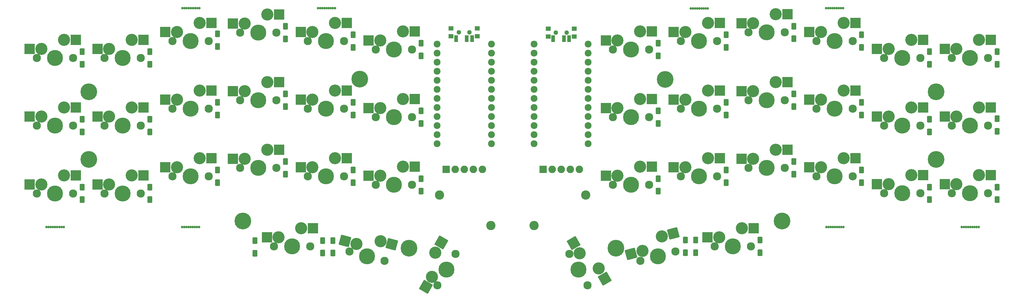
<source format=gbs>
%TF.GenerationSoftware,KiCad,Pcbnew,(6.0.9-0)*%
%TF.CreationDate,2022-12-17T11:16:43-06:00*%
%TF.ProjectId,corne-ice,636f726e-652d-4696-9365-2e6b69636164,0.1*%
%TF.SameCoordinates,Original*%
%TF.FileFunction,Soldermask,Bot*%
%TF.FilePolarity,Negative*%
%FSLAX46Y46*%
G04 Gerber Fmt 4.6, Leading zero omitted, Abs format (unit mm)*
G04 Created by KiCad (PCBNEW (6.0.9-0)) date 2022-12-17 11:16:43*
%MOMM*%
%LPD*%
G01*
G04 APERTURE LIST*
G04 Aperture macros list*
%AMRoundRect*
0 Rectangle with rounded corners*
0 $1 Rounding radius*
0 $2 $3 $4 $5 $6 $7 $8 $9 X,Y pos of 4 corners*
0 Add a 4 corners polygon primitive as box body*
4,1,4,$2,$3,$4,$5,$6,$7,$8,$9,$2,$3,0*
0 Add four circle primitives for the rounded corners*
1,1,$1+$1,$2,$3*
1,1,$1+$1,$4,$5*
1,1,$1+$1,$6,$7*
1,1,$1+$1,$8,$9*
0 Add four rect primitives between the rounded corners*
20,1,$1+$1,$2,$3,$4,$5,0*
20,1,$1+$1,$4,$5,$6,$7,0*
20,1,$1+$1,$6,$7,$8,$9,0*
20,1,$1+$1,$8,$9,$2,$3,0*%
G04 Aperture macros list end*
%ADD10RoundRect,0.200000X0.850000X-0.850000X0.850000X0.850000X-0.850000X0.850000X-0.850000X-0.850000X0*%
%ADD11O,2.100000X2.100000*%
%ADD12C,4.500000*%
%ADD13C,2.300000*%
%ADD14C,3.400000*%
%ADD15RoundRect,0.200000X1.275000X1.250000X-1.275000X1.250000X-1.275000X-1.250000X1.275000X-1.250000X0*%
%ADD16RoundRect,0.200000X1.555079X0.877413X-0.908032X1.537402X-1.555079X-0.877413X0.908032X-1.537402X0*%
%ADD17RoundRect,0.200000X-0.445032X1.729182X-1.720032X-0.479182X0.445032X-1.729182X1.720032X0.479182X0*%
%ADD18RoundRect,0.200000X1.720032X-0.479182X0.445032X1.729182X-1.720032X0.479182X-0.445032X-1.729182X0*%
%ADD19RoundRect,0.200000X0.908032X1.537402X-1.555079X0.877413X-0.908032X-1.537402X1.555079X-0.877413X0*%
%ADD20C,4.700000*%
%ADD21C,2.600000*%
%ADD22C,1.924000*%
%ADD23C,0.700000*%
%ADD24RoundRect,0.200000X0.500000X-0.700000X0.500000X0.700000X-0.500000X0.700000X-0.500000X-0.700000X0*%
%ADD25C,1.300000*%
%ADD26RoundRect,0.200000X-0.350000X-0.750000X0.350000X-0.750000X0.350000X0.750000X-0.350000X0.750000X0*%
%ADD27RoundRect,0.200000X-0.500000X-0.400000X0.500000X-0.400000X0.500000X0.400000X-0.500000X0.400000X0*%
G04 APERTURE END LIST*
D10*
X129782500Y-67030000D03*
D11*
X132322500Y-67030000D03*
X134862500Y-67030000D03*
X137402500Y-67030000D03*
X139942500Y-67030000D03*
D12*
X39107500Y-35780000D03*
D13*
X44187500Y-35780000D03*
D14*
X35297500Y-33240000D03*
D13*
X34027500Y-35780000D03*
D14*
X41647500Y-30700000D03*
D15*
X32022500Y-33240000D03*
X44949500Y-30700000D03*
D13*
X53027500Y-31030000D03*
X63187500Y-31030000D03*
D14*
X60647500Y-25950000D03*
X54297500Y-28490000D03*
D12*
X58107500Y-31030000D03*
D15*
X51022500Y-28490000D03*
X63949500Y-25950000D03*
D14*
X73297500Y-26115000D03*
X79647500Y-23575000D03*
D13*
X82187500Y-28655000D03*
D12*
X77107500Y-28655000D03*
D13*
X72027500Y-28655000D03*
D15*
X70022500Y-26115000D03*
X82949500Y-23575000D03*
D14*
X92297500Y-28490000D03*
D12*
X96107500Y-31030000D03*
D13*
X101187500Y-31030000D03*
X91027500Y-31030000D03*
D14*
X98647500Y-25950000D03*
D15*
X89022500Y-28490000D03*
X101949500Y-25950000D03*
D12*
X20107500Y-54780000D03*
D14*
X16297500Y-52240000D03*
X22647500Y-49700000D03*
D13*
X15027500Y-54780000D03*
X25187500Y-54780000D03*
D15*
X13022500Y-52240000D03*
X25949500Y-49700000D03*
D13*
X34027500Y-54780000D03*
D12*
X39107500Y-54780000D03*
D14*
X35297500Y-52240000D03*
D13*
X44187500Y-54780000D03*
D14*
X41647500Y-49700000D03*
D15*
X32022500Y-52240000D03*
X44949500Y-49700000D03*
D14*
X54297500Y-47490000D03*
X60647500Y-44950000D03*
D13*
X63187500Y-50030000D03*
D12*
X58107500Y-50030000D03*
D13*
X53027500Y-50030000D03*
D15*
X51022500Y-47490000D03*
X63949500Y-44950000D03*
D14*
X73297500Y-45115000D03*
D13*
X72027500Y-47655000D03*
D14*
X79647500Y-42575000D03*
D13*
X82187500Y-47655000D03*
D12*
X77107500Y-47655000D03*
D15*
X70022500Y-45115000D03*
X82949500Y-42575000D03*
D12*
X96107500Y-50030000D03*
D14*
X98647500Y-44950000D03*
D13*
X91027500Y-50030000D03*
D14*
X92297500Y-47490000D03*
D13*
X101187500Y-50030000D03*
D15*
X89022500Y-47490000D03*
X101949500Y-44950000D03*
D13*
X110027500Y-52405000D03*
X120187500Y-52405000D03*
D14*
X111297500Y-49865000D03*
D12*
X115107500Y-52405000D03*
D14*
X117647500Y-47325000D03*
D15*
X108022500Y-49865000D03*
X120949500Y-47325000D03*
D14*
X16297500Y-71240000D03*
D12*
X20107500Y-73780000D03*
D14*
X22647500Y-68700000D03*
D13*
X15027500Y-73780000D03*
X25187500Y-73780000D03*
D15*
X13022500Y-71240000D03*
X25949500Y-68700000D03*
D12*
X39107500Y-73780000D03*
D13*
X34027500Y-73780000D03*
D14*
X35297500Y-71240000D03*
X41647500Y-68700000D03*
D13*
X44187500Y-73780000D03*
D15*
X32022500Y-71240000D03*
X44949500Y-68700000D03*
D14*
X54297500Y-66490000D03*
D13*
X53027500Y-69030000D03*
X63187500Y-69030000D03*
D12*
X58107500Y-69030000D03*
D14*
X60647500Y-63950000D03*
D15*
X51022500Y-66490000D03*
X63949500Y-63950000D03*
D13*
X72027500Y-66655000D03*
X82187500Y-66655000D03*
D12*
X77107500Y-66655000D03*
D14*
X73297500Y-64115000D03*
X79647500Y-61575000D03*
D15*
X70022500Y-64115000D03*
X82949500Y-61575000D03*
D13*
X91027500Y-69030000D03*
D12*
X96107500Y-69030000D03*
D14*
X92297500Y-66490000D03*
X98647500Y-63950000D03*
D13*
X101187500Y-69030000D03*
D15*
X89022500Y-66490000D03*
X101949500Y-63950000D03*
D13*
X120187500Y-71405000D03*
D14*
X117647500Y-66325000D03*
X111297500Y-68865000D03*
D13*
X110027500Y-71405000D03*
D12*
X115107500Y-71405000D03*
D15*
X108022500Y-68865000D03*
X120949500Y-66325000D03*
D14*
X82797500Y-86115000D03*
D13*
X81527500Y-88655000D03*
X91687500Y-88655000D03*
D14*
X89147500Y-83575000D03*
D12*
X86607500Y-88655000D03*
D15*
X79522500Y-86115000D03*
X92449500Y-83575000D03*
D13*
X102700597Y-90090199D03*
D12*
X107607500Y-91405000D03*
D13*
X112514403Y-92719801D03*
D14*
X104584723Y-87965448D03*
X111375752Y-87155497D03*
D16*
X101421316Y-87117815D03*
X114565239Y-88010118D03*
D14*
X125752795Y-97184557D03*
D13*
X127317500Y-99554409D03*
D14*
X126728091Y-90415295D03*
D12*
X129857500Y-95155000D03*
D13*
X132397500Y-90755591D03*
D17*
X124115295Y-100020790D03*
X128379091Y-87555680D03*
D13*
X169404500Y-99549409D03*
D12*
X166864500Y-95150000D03*
D14*
X172533909Y-94809705D03*
X167159205Y-90580443D03*
D13*
X164324500Y-90750591D03*
D18*
X165521705Y-87744210D03*
X174184909Y-97669320D03*
D10*
X156932500Y-67030000D03*
D11*
X159472500Y-67030000D03*
X162012500Y-67030000D03*
X164552500Y-67030000D03*
X167092500Y-67030000D03*
D13*
X224694500Y-66650000D03*
D14*
X215804500Y-64110000D03*
D13*
X214534500Y-66650000D03*
D14*
X222154500Y-61570000D03*
D12*
X219614500Y-66650000D03*
D15*
X212529500Y-64110000D03*
X225456500Y-61570000D03*
D13*
X205694500Y-69025000D03*
X195534500Y-69025000D03*
D14*
X196804500Y-66485000D03*
D12*
X200614500Y-69025000D03*
D14*
X203154500Y-63945000D03*
D15*
X193529500Y-66485000D03*
X206456500Y-63945000D03*
D14*
X177804500Y-68860000D03*
D13*
X186694500Y-71400000D03*
D12*
X181614500Y-71400000D03*
D13*
X176534500Y-71400000D03*
D14*
X184154500Y-66320000D03*
D15*
X174529500Y-68860000D03*
X187456500Y-66320000D03*
D13*
X205034500Y-88650000D03*
D12*
X210114500Y-88650000D03*
D13*
X215194500Y-88650000D03*
D14*
X212654500Y-83570000D03*
X206304500Y-86110000D03*
D15*
X203029500Y-86110000D03*
X215956500Y-83570000D03*
D14*
X190253151Y-85835696D03*
D13*
X194021403Y-90085199D03*
X184207597Y-92714801D03*
D12*
X189114500Y-91400000D03*
D14*
X184776922Y-89932649D03*
D19*
X181613515Y-90780281D03*
X193442638Y-84981076D03*
D13*
X214534500Y-28650000D03*
D14*
X222154500Y-23570000D03*
X215804500Y-26110000D03*
D12*
X219614500Y-28650000D03*
D13*
X224694500Y-28650000D03*
D15*
X212529500Y-26110000D03*
X225456500Y-23570000D03*
D13*
X195534500Y-31025000D03*
D12*
X200614500Y-31025000D03*
D13*
X205694500Y-31025000D03*
D14*
X196804500Y-28485000D03*
X203154500Y-25945000D03*
D15*
X193529500Y-28485000D03*
X206456500Y-25945000D03*
D13*
X271534500Y-54775000D03*
X281694500Y-54775000D03*
D14*
X272804500Y-52235000D03*
D12*
X276614500Y-54775000D03*
D14*
X279154500Y-49695000D03*
D15*
X269529500Y-52235000D03*
X282456500Y-49695000D03*
D13*
X233534500Y-31025000D03*
D14*
X241154500Y-25945000D03*
D12*
X238614500Y-31025000D03*
D13*
X243694500Y-31025000D03*
D14*
X234804500Y-28485000D03*
D15*
X231529500Y-28485000D03*
X244456500Y-25945000D03*
D13*
X262694500Y-54775000D03*
D12*
X257614500Y-54775000D03*
D14*
X260154500Y-49695000D03*
D13*
X252534500Y-54775000D03*
D14*
X253804500Y-52235000D03*
D15*
X250529500Y-52235000D03*
X263456500Y-49695000D03*
D14*
X260154500Y-68695000D03*
X253804500Y-71235000D03*
D12*
X257614500Y-73775000D03*
D13*
X252534500Y-73775000D03*
X262694500Y-73775000D03*
D15*
X250529500Y-71235000D03*
X263456500Y-68695000D03*
D14*
X241154500Y-63945000D03*
D13*
X233534500Y-69025000D03*
X243694500Y-69025000D03*
D12*
X238614500Y-69025000D03*
D14*
X234804500Y-66485000D03*
D15*
X231529500Y-66485000D03*
X244456500Y-63945000D03*
D13*
X271534500Y-35775000D03*
D12*
X276614500Y-35775000D03*
D13*
X281694500Y-35775000D03*
D14*
X272804500Y-33235000D03*
X279154500Y-30695000D03*
D15*
X269529500Y-33235000D03*
X282456500Y-30695000D03*
D14*
X253804500Y-33235000D03*
D13*
X262694500Y-35775000D03*
X252534500Y-35775000D03*
D14*
X260154500Y-30695000D03*
D12*
X257614500Y-35775000D03*
D15*
X250529500Y-33235000D03*
X263456500Y-30695000D03*
D12*
X238614500Y-50025000D03*
D14*
X241154500Y-44945000D03*
D13*
X233534500Y-50025000D03*
X243694500Y-50025000D03*
D14*
X234804500Y-47485000D03*
D15*
X231529500Y-47485000D03*
X244456500Y-44945000D03*
D14*
X215804500Y-45110000D03*
D13*
X214534500Y-47650000D03*
X224694500Y-47650000D03*
D14*
X222154500Y-42570000D03*
D12*
X219614500Y-47650000D03*
D15*
X212529500Y-45110000D03*
X225456500Y-42570000D03*
D13*
X195534500Y-50025000D03*
D12*
X200614500Y-50025000D03*
D14*
X196804500Y-47485000D03*
X203154500Y-44945000D03*
D13*
X205694500Y-50025000D03*
D15*
X193529500Y-47485000D03*
X206456500Y-44945000D03*
D14*
X184154500Y-47320000D03*
D13*
X176534500Y-52400000D03*
D12*
X181614500Y-52400000D03*
D13*
X186694500Y-52400000D03*
D14*
X177804500Y-49860000D03*
D15*
X174529500Y-49860000D03*
X187456500Y-47320000D03*
D14*
X279154500Y-68695000D03*
X272804500Y-71235000D03*
D12*
X276614500Y-73775000D03*
D13*
X271534500Y-73775000D03*
X281694500Y-73775000D03*
D15*
X269529500Y-71235000D03*
X282456500Y-68695000D03*
D13*
X25187500Y-35780000D03*
D12*
X20107500Y-35780000D03*
D13*
X15027500Y-35780000D03*
D14*
X22647500Y-30700000D03*
X16297500Y-33240000D03*
D15*
X13022500Y-33240000D03*
X25949500Y-30700000D03*
D20*
X105575500Y-41765500D03*
X72764500Y-81520500D03*
X119330500Y-89135000D03*
D21*
X127869500Y-74254000D03*
X142301500Y-82775000D03*
D20*
X177389500Y-89145000D03*
X223955500Y-81530500D03*
X267099500Y-45265500D03*
X191144500Y-41775500D03*
D13*
X110027500Y-33405000D03*
D14*
X117647500Y-28325000D03*
X111297500Y-30865000D03*
D12*
X115107500Y-33405000D03*
D13*
X120187500Y-33405000D03*
D15*
X108022500Y-30865000D03*
X120949500Y-28325000D03*
D13*
X186687500Y-33405000D03*
D14*
X177797500Y-30865000D03*
D12*
X181607500Y-33405000D03*
D14*
X184147500Y-28325000D03*
D13*
X176527500Y-33405000D03*
D15*
X174522500Y-30865000D03*
X187449500Y-28325000D03*
D20*
X29607500Y-64280000D03*
D22*
X127203900Y-31942000D03*
X127203900Y-34482000D03*
X127203900Y-37022000D03*
X127203900Y-39562000D03*
X127203900Y-42102000D03*
X127203900Y-44642000D03*
X127203900Y-47182000D03*
X127203900Y-49722000D03*
X127203900Y-52262000D03*
X127203900Y-54802000D03*
X127203900Y-57342000D03*
X127203900Y-59882000D03*
X142423900Y-59882000D03*
X142423900Y-57342000D03*
X142423900Y-54802000D03*
X142423900Y-52262000D03*
X142423900Y-49722000D03*
X142423900Y-47182000D03*
X142423900Y-44642000D03*
X142423900Y-42102000D03*
X142423900Y-39562000D03*
X142423900Y-37022000D03*
X142423900Y-34482000D03*
X142423900Y-31942000D03*
X169598900Y-31912000D03*
X169598900Y-34452000D03*
X169598900Y-36992000D03*
X169598900Y-39532000D03*
X169598900Y-42072000D03*
X169598900Y-44612000D03*
X169598900Y-47152000D03*
X169598900Y-49692000D03*
X169598900Y-52232000D03*
X169598900Y-54772000D03*
X169598900Y-57312000D03*
X169598900Y-59852000D03*
X154378900Y-59852000D03*
X154378900Y-57312000D03*
X154378900Y-54772000D03*
X154378900Y-52232000D03*
X154378900Y-49692000D03*
X154378900Y-47152000D03*
X154378900Y-44612000D03*
X154378900Y-42072000D03*
X154378900Y-39532000D03*
X154378900Y-36992000D03*
X154378900Y-34452000D03*
X154378900Y-31912000D03*
D20*
X29607500Y-45280000D03*
D23*
X59424250Y-21869000D03*
X55861750Y-21869000D03*
X58236750Y-21869000D03*
X57643000Y-21869000D03*
X60611750Y-21869000D03*
X60018000Y-21869000D03*
X58830500Y-21869000D03*
X56455500Y-21869000D03*
X57049250Y-21869000D03*
X97988750Y-21873000D03*
X93832500Y-21873000D03*
X96801250Y-21873000D03*
X97395000Y-21873000D03*
X96207500Y-21873000D03*
X95020000Y-21873000D03*
X95613750Y-21873000D03*
X94426250Y-21873000D03*
X98582500Y-21873000D03*
X21350000Y-83176000D03*
X18975000Y-83176000D03*
X22537500Y-83176000D03*
X17787500Y-83176000D03*
X20756250Y-83176000D03*
X19568750Y-83176000D03*
X18381250Y-83176000D03*
X21943750Y-83176000D03*
X20162500Y-83176000D03*
X55748500Y-83178000D03*
X56342250Y-83178000D03*
X59904750Y-83178000D03*
X59311000Y-83178000D03*
X60498500Y-83178000D03*
X58123500Y-83178000D03*
X58717250Y-83178000D03*
X57529750Y-83178000D03*
X56936000Y-83178000D03*
D24*
X27734500Y-37551875D03*
X27734500Y-34001875D03*
X46734500Y-37555000D03*
X46734500Y-34005000D03*
X65707500Y-32555000D03*
X65707500Y-29005000D03*
X84707500Y-30430000D03*
X84707500Y-26880000D03*
X103707500Y-32805000D03*
X103707500Y-29255000D03*
X122707500Y-35180000D03*
X122707500Y-31630000D03*
X27734500Y-56551875D03*
X27734500Y-53001875D03*
X46734500Y-56555000D03*
X46734500Y-53005000D03*
X65707500Y-51805000D03*
X65707500Y-48255000D03*
X84707500Y-49430000D03*
X84707500Y-45880000D03*
X103707500Y-51805000D03*
X103707500Y-48255000D03*
X122707500Y-54180000D03*
X122707500Y-50630000D03*
X27734500Y-75551875D03*
X27734500Y-72001875D03*
X46734500Y-75555000D03*
X46734500Y-72005000D03*
X65707500Y-70805000D03*
X65707500Y-67255000D03*
X84707500Y-68430000D03*
X84707500Y-64880000D03*
X103707500Y-70805000D03*
X103707500Y-67255000D03*
X122707500Y-73180000D03*
X122707500Y-69630000D03*
X76157500Y-90545000D03*
X76157500Y-86995000D03*
X95164500Y-90540000D03*
X95164500Y-86990000D03*
X98007500Y-90540000D03*
X98007500Y-86990000D03*
X265214500Y-37550000D03*
X265214500Y-34000000D03*
X246214500Y-32800000D03*
X246214500Y-29250000D03*
X227214500Y-30425000D03*
X227214500Y-26875000D03*
X189207500Y-35180000D03*
X189207500Y-31630000D03*
X284214500Y-56400000D03*
X284214500Y-52850000D03*
X265214500Y-56550000D03*
X265214500Y-53000000D03*
X246214500Y-51800000D03*
X246214500Y-48250000D03*
X227214500Y-49425000D03*
X227214500Y-45875000D03*
X208214500Y-51800000D03*
X208214500Y-48250000D03*
X189207500Y-54180000D03*
X189207500Y-50630000D03*
X284214500Y-75550000D03*
X284214500Y-72000000D03*
X265214500Y-75550000D03*
X265214500Y-72000000D03*
X246214500Y-70800000D03*
X246214500Y-67250000D03*
X227214500Y-68425000D03*
X227214500Y-64875000D03*
X208214500Y-70800000D03*
X208214500Y-67250000D03*
X189207500Y-73180000D03*
X189207500Y-69630000D03*
X217714500Y-90410000D03*
X217714500Y-86860000D03*
X199664500Y-90425000D03*
X199664500Y-86875000D03*
X196814500Y-90425000D03*
X196814500Y-86875000D03*
X284214500Y-37550000D03*
X284214500Y-34000000D03*
X208214500Y-32800000D03*
X208214500Y-29250000D03*
D21*
X154418500Y-82785000D03*
D20*
X267099500Y-64265500D03*
D21*
X168850500Y-74264000D03*
D23*
X276061750Y-83183000D03*
X277843000Y-83183000D03*
X277249250Y-83183000D03*
X275468000Y-83183000D03*
X279030500Y-83183000D03*
X278436750Y-83183000D03*
X276655500Y-83183000D03*
X274874250Y-83183000D03*
X274280500Y-83183000D03*
X201331250Y-21885000D03*
X199550000Y-21885000D03*
X203112500Y-21885000D03*
X198362500Y-21885000D03*
X201925000Y-21885000D03*
X202518750Y-21885000D03*
X198956250Y-21885000D03*
X200737500Y-21885000D03*
X200143750Y-21885000D03*
X238649500Y-21870000D03*
X241024500Y-21870000D03*
X239243250Y-21870000D03*
X236274500Y-21870000D03*
X240430750Y-21870000D03*
X239837000Y-21870000D03*
X238055750Y-21870000D03*
X237462000Y-21870000D03*
X236868250Y-21870000D03*
X236366500Y-83193000D03*
X236960250Y-83193000D03*
X237554000Y-83193000D03*
X239335250Y-83193000D03*
X239929000Y-83193000D03*
X241116500Y-83193000D03*
X238147750Y-83193000D03*
X238741500Y-83193000D03*
X240522750Y-83193000D03*
D25*
X163507500Y-28660000D03*
X160507500Y-28660000D03*
D26*
X159757500Y-30410000D03*
X162757500Y-30410000D03*
X164257500Y-30410000D03*
D27*
X158357500Y-27560000D03*
X158357500Y-29760000D03*
X165657500Y-29760000D03*
X165657500Y-27560000D03*
D25*
X133307500Y-28630000D03*
X136307500Y-28630000D03*
D26*
X132557500Y-30380000D03*
X135557500Y-30380000D03*
X137057500Y-30380000D03*
D27*
X131157500Y-27530000D03*
X131157500Y-29730000D03*
X138457500Y-29730000D03*
X138457500Y-27530000D03*
M02*

</source>
